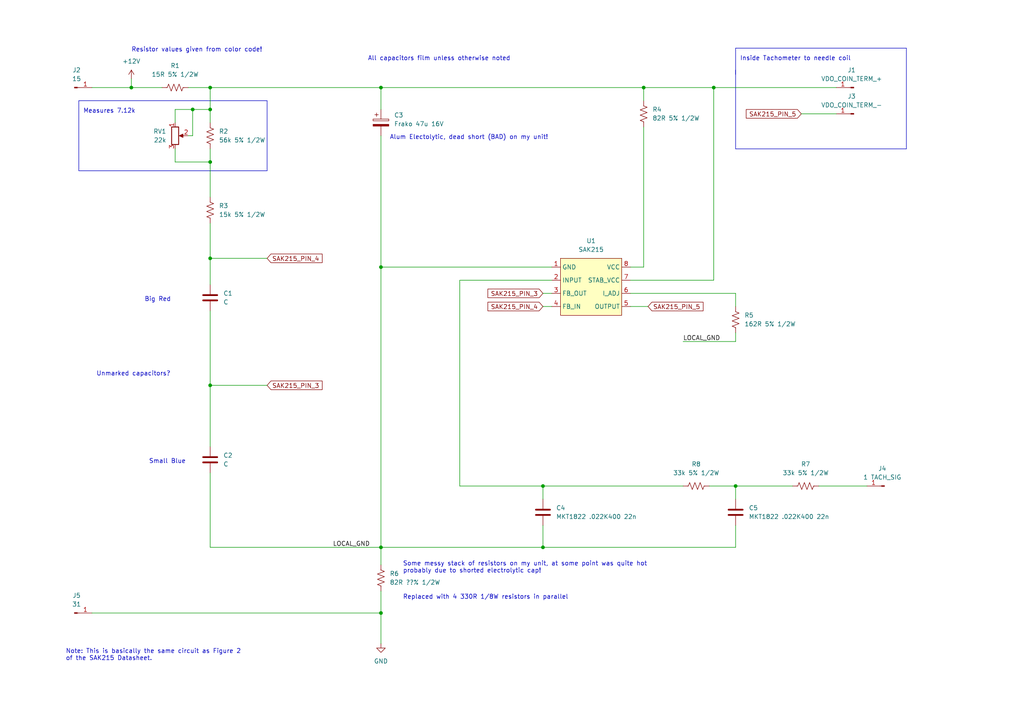
<source format=kicad_sch>
(kicad_sch (version 20230121) (generator eeschema)

  (uuid e5fd4d01-e69e-41a5-89f0-50ad49cff6f6)

  (paper "A4")

  (lib_symbols
    (symbol "Automotive_Electronics_git:SAK215" (in_bom yes) (on_board yes)
      (property "Reference" "U" (at 0 2.54 0)
        (effects (font (size 1.27 1.27)))
      )
      (property "Value" "SAK215" (at 0 0 0)
        (effects (font (size 1.27 1.27)))
      )
      (property "Footprint" "Package_DIP:DIP-6_W7.62mm" (at 0 5.08 0)
        (effects (font (size 1.27 1.27)) hide)
      )
      (property "Datasheet" "" (at 0 0 0)
        (effects (font (size 1.27 1.27)) hide)
      )
      (symbol "SAK215_1_1"
        (rectangle (start -8.89 -1.27) (end 8.89 -17.78)
          (stroke (width 0) (type default))
          (fill (type background))
        )
        (pin input line (at -11.43 -3.81 0) (length 2.54)
          (name "GND" (effects (font (size 1.27 1.27))))
          (number "1" (effects (font (size 1.27 1.27))))
        )
        (pin input line (at -11.43 -7.62 0) (length 2.54)
          (name "INPUT" (effects (font (size 1.27 1.27))))
          (number "2" (effects (font (size 1.27 1.27))))
        )
        (pin input line (at -11.43 -11.43 0) (length 2.54)
          (name "FB_OUT" (effects (font (size 1.27 1.27))))
          (number "3" (effects (font (size 1.27 1.27))))
        )
        (pin input line (at -11.43 -15.24 0) (length 2.54)
          (name "FB_IN" (effects (font (size 1.27 1.27))))
          (number "4" (effects (font (size 1.27 1.27))))
        )
        (pin input line (at 11.43 -15.24 180) (length 2.54)
          (name "OUTPUT" (effects (font (size 1.27 1.27))))
          (number "5" (effects (font (size 1.27 1.27))))
        )
        (pin input line (at 11.43 -11.43 180) (length 2.54)
          (name "I_ADJ" (effects (font (size 1.27 1.27))))
          (number "6" (effects (font (size 1.27 1.27))))
        )
        (pin input line (at 11.43 -7.62 180) (length 2.54)
          (name "STAB_VCC" (effects (font (size 1.27 1.27))))
          (number "7" (effects (font (size 1.27 1.27))))
        )
        (pin input line (at 11.43 -3.81 180) (length 2.54)
          (name "VCC" (effects (font (size 1.27 1.27))))
          (number "8" (effects (font (size 1.27 1.27))))
        )
      )
    )
    (symbol "Connector:Conn_01x01_Pin" (pin_names (offset 1.016) hide) (in_bom yes) (on_board yes)
      (property "Reference" "J" (at 0 2.54 0)
        (effects (font (size 1.27 1.27)))
      )
      (property "Value" "Conn_01x01_Pin" (at 0 -2.54 0)
        (effects (font (size 1.27 1.27)))
      )
      (property "Footprint" "" (at 0 0 0)
        (effects (font (size 1.27 1.27)) hide)
      )
      (property "Datasheet" "~" (at 0 0 0)
        (effects (font (size 1.27 1.27)) hide)
      )
      (property "ki_locked" "" (at 0 0 0)
        (effects (font (size 1.27 1.27)))
      )
      (property "ki_keywords" "connector" (at 0 0 0)
        (effects (font (size 1.27 1.27)) hide)
      )
      (property "ki_description" "Generic connector, single row, 01x01, script generated" (at 0 0 0)
        (effects (font (size 1.27 1.27)) hide)
      )
      (property "ki_fp_filters" "Connector*:*_1x??_*" (at 0 0 0)
        (effects (font (size 1.27 1.27)) hide)
      )
      (symbol "Conn_01x01_Pin_1_1"
        (polyline
          (pts
            (xy 1.27 0)
            (xy 0.8636 0)
          )
          (stroke (width 0.1524) (type default))
          (fill (type none))
        )
        (rectangle (start 0.8636 0.127) (end 0 -0.127)
          (stroke (width 0.1524) (type default))
          (fill (type outline))
        )
        (pin passive line (at 5.08 0 180) (length 3.81)
          (name "Pin_1" (effects (font (size 1.27 1.27))))
          (number "1" (effects (font (size 1.27 1.27))))
        )
      )
    )
    (symbol "Device:C" (pin_numbers hide) (pin_names (offset 0.254)) (in_bom yes) (on_board yes)
      (property "Reference" "C" (at 0.635 2.54 0)
        (effects (font (size 1.27 1.27)) (justify left))
      )
      (property "Value" "C" (at 0.635 -2.54 0)
        (effects (font (size 1.27 1.27)) (justify left))
      )
      (property "Footprint" "" (at 0.9652 -3.81 0)
        (effects (font (size 1.27 1.27)) hide)
      )
      (property "Datasheet" "~" (at 0 0 0)
        (effects (font (size 1.27 1.27)) hide)
      )
      (property "ki_keywords" "cap capacitor" (at 0 0 0)
        (effects (font (size 1.27 1.27)) hide)
      )
      (property "ki_description" "Unpolarized capacitor" (at 0 0 0)
        (effects (font (size 1.27 1.27)) hide)
      )
      (property "ki_fp_filters" "C_*" (at 0 0 0)
        (effects (font (size 1.27 1.27)) hide)
      )
      (symbol "C_0_1"
        (polyline
          (pts
            (xy -2.032 -0.762)
            (xy 2.032 -0.762)
          )
          (stroke (width 0.508) (type default))
          (fill (type none))
        )
        (polyline
          (pts
            (xy -2.032 0.762)
            (xy 2.032 0.762)
          )
          (stroke (width 0.508) (type default))
          (fill (type none))
        )
      )
      (symbol "C_1_1"
        (pin passive line (at 0 3.81 270) (length 2.794)
          (name "~" (effects (font (size 1.27 1.27))))
          (number "1" (effects (font (size 1.27 1.27))))
        )
        (pin passive line (at 0 -3.81 90) (length 2.794)
          (name "~" (effects (font (size 1.27 1.27))))
          (number "2" (effects (font (size 1.27 1.27))))
        )
      )
    )
    (symbol "Device:C_Polarized" (pin_numbers hide) (pin_names (offset 0.254)) (in_bom yes) (on_board yes)
      (property "Reference" "C" (at 0.635 2.54 0)
        (effects (font (size 1.27 1.27)) (justify left))
      )
      (property "Value" "C_Polarized" (at 0.635 -2.54 0)
        (effects (font (size 1.27 1.27)) (justify left))
      )
      (property "Footprint" "" (at 0.9652 -3.81 0)
        (effects (font (size 1.27 1.27)) hide)
      )
      (property "Datasheet" "~" (at 0 0 0)
        (effects (font (size 1.27 1.27)) hide)
      )
      (property "ki_keywords" "cap capacitor" (at 0 0 0)
        (effects (font (size 1.27 1.27)) hide)
      )
      (property "ki_description" "Polarized capacitor" (at 0 0 0)
        (effects (font (size 1.27 1.27)) hide)
      )
      (property "ki_fp_filters" "CP_*" (at 0 0 0)
        (effects (font (size 1.27 1.27)) hide)
      )
      (symbol "C_Polarized_0_1"
        (rectangle (start -2.286 0.508) (end 2.286 1.016)
          (stroke (width 0) (type default))
          (fill (type none))
        )
        (polyline
          (pts
            (xy -1.778 2.286)
            (xy -0.762 2.286)
          )
          (stroke (width 0) (type default))
          (fill (type none))
        )
        (polyline
          (pts
            (xy -1.27 2.794)
            (xy -1.27 1.778)
          )
          (stroke (width 0) (type default))
          (fill (type none))
        )
        (rectangle (start 2.286 -0.508) (end -2.286 -1.016)
          (stroke (width 0) (type default))
          (fill (type outline))
        )
      )
      (symbol "C_Polarized_1_1"
        (pin passive line (at 0 3.81 270) (length 2.794)
          (name "~" (effects (font (size 1.27 1.27))))
          (number "1" (effects (font (size 1.27 1.27))))
        )
        (pin passive line (at 0 -3.81 90) (length 2.794)
          (name "~" (effects (font (size 1.27 1.27))))
          (number "2" (effects (font (size 1.27 1.27))))
        )
      )
    )
    (symbol "Device:R_Potentiometer" (pin_names (offset 1.016) hide) (in_bom yes) (on_board yes)
      (property "Reference" "RV" (at -4.445 0 90)
        (effects (font (size 1.27 1.27)))
      )
      (property "Value" "R_Potentiometer" (at -2.54 0 90)
        (effects (font (size 1.27 1.27)))
      )
      (property "Footprint" "" (at 0 0 0)
        (effects (font (size 1.27 1.27)) hide)
      )
      (property "Datasheet" "~" (at 0 0 0)
        (effects (font (size 1.27 1.27)) hide)
      )
      (property "ki_keywords" "resistor variable" (at 0 0 0)
        (effects (font (size 1.27 1.27)) hide)
      )
      (property "ki_description" "Potentiometer" (at 0 0 0)
        (effects (font (size 1.27 1.27)) hide)
      )
      (property "ki_fp_filters" "Potentiometer*" (at 0 0 0)
        (effects (font (size 1.27 1.27)) hide)
      )
      (symbol "R_Potentiometer_0_1"
        (polyline
          (pts
            (xy 2.54 0)
            (xy 1.524 0)
          )
          (stroke (width 0) (type default))
          (fill (type none))
        )
        (polyline
          (pts
            (xy 1.143 0)
            (xy 2.286 0.508)
            (xy 2.286 -0.508)
            (xy 1.143 0)
          )
          (stroke (width 0) (type default))
          (fill (type outline))
        )
        (rectangle (start 1.016 2.54) (end -1.016 -2.54)
          (stroke (width 0.254) (type default))
          (fill (type none))
        )
      )
      (symbol "R_Potentiometer_1_1"
        (pin passive line (at 0 3.81 270) (length 1.27)
          (name "1" (effects (font (size 1.27 1.27))))
          (number "1" (effects (font (size 1.27 1.27))))
        )
        (pin passive line (at 3.81 0 180) (length 1.27)
          (name "2" (effects (font (size 1.27 1.27))))
          (number "2" (effects (font (size 1.27 1.27))))
        )
        (pin passive line (at 0 -3.81 90) (length 1.27)
          (name "3" (effects (font (size 1.27 1.27))))
          (number "3" (effects (font (size 1.27 1.27))))
        )
      )
    )
    (symbol "Device:R_US" (pin_numbers hide) (pin_names (offset 0)) (in_bom yes) (on_board yes)
      (property "Reference" "R" (at 2.54 0 90)
        (effects (font (size 1.27 1.27)))
      )
      (property "Value" "R_US" (at -2.54 0 90)
        (effects (font (size 1.27 1.27)))
      )
      (property "Footprint" "" (at 1.016 -0.254 90)
        (effects (font (size 1.27 1.27)) hide)
      )
      (property "Datasheet" "~" (at 0 0 0)
        (effects (font (size 1.27 1.27)) hide)
      )
      (property "ki_keywords" "R res resistor" (at 0 0 0)
        (effects (font (size 1.27 1.27)) hide)
      )
      (property "ki_description" "Resistor, US symbol" (at 0 0 0)
        (effects (font (size 1.27 1.27)) hide)
      )
      (property "ki_fp_filters" "R_*" (at 0 0 0)
        (effects (font (size 1.27 1.27)) hide)
      )
      (symbol "R_US_0_1"
        (polyline
          (pts
            (xy 0 -2.286)
            (xy 0 -2.54)
          )
          (stroke (width 0) (type default))
          (fill (type none))
        )
        (polyline
          (pts
            (xy 0 2.286)
            (xy 0 2.54)
          )
          (stroke (width 0) (type default))
          (fill (type none))
        )
        (polyline
          (pts
            (xy 0 -0.762)
            (xy 1.016 -1.143)
            (xy 0 -1.524)
            (xy -1.016 -1.905)
            (xy 0 -2.286)
          )
          (stroke (width 0) (type default))
          (fill (type none))
        )
        (polyline
          (pts
            (xy 0 0.762)
            (xy 1.016 0.381)
            (xy 0 0)
            (xy -1.016 -0.381)
            (xy 0 -0.762)
          )
          (stroke (width 0) (type default))
          (fill (type none))
        )
        (polyline
          (pts
            (xy 0 2.286)
            (xy 1.016 1.905)
            (xy 0 1.524)
            (xy -1.016 1.143)
            (xy 0 0.762)
          )
          (stroke (width 0) (type default))
          (fill (type none))
        )
      )
      (symbol "R_US_1_1"
        (pin passive line (at 0 3.81 270) (length 1.27)
          (name "~" (effects (font (size 1.27 1.27))))
          (number "1" (effects (font (size 1.27 1.27))))
        )
        (pin passive line (at 0 -3.81 90) (length 1.27)
          (name "~" (effects (font (size 1.27 1.27))))
          (number "2" (effects (font (size 1.27 1.27))))
        )
      )
    )
    (symbol "power:+12V" (power) (pin_names (offset 0)) (in_bom yes) (on_board yes)
      (property "Reference" "#PWR" (at 0 -3.81 0)
        (effects (font (size 1.27 1.27)) hide)
      )
      (property "Value" "+12V" (at 0 3.556 0)
        (effects (font (size 1.27 1.27)))
      )
      (property "Footprint" "" (at 0 0 0)
        (effects (font (size 1.27 1.27)) hide)
      )
      (property "Datasheet" "" (at 0 0 0)
        (effects (font (size 1.27 1.27)) hide)
      )
      (property "ki_keywords" "global power" (at 0 0 0)
        (effects (font (size 1.27 1.27)) hide)
      )
      (property "ki_description" "Power symbol creates a global label with name \"+12V\"" (at 0 0 0)
        (effects (font (size 1.27 1.27)) hide)
      )
      (symbol "+12V_0_1"
        (polyline
          (pts
            (xy -0.762 1.27)
            (xy 0 2.54)
          )
          (stroke (width 0) (type default))
          (fill (type none))
        )
        (polyline
          (pts
            (xy 0 0)
            (xy 0 2.54)
          )
          (stroke (width 0) (type default))
          (fill (type none))
        )
        (polyline
          (pts
            (xy 0 2.54)
            (xy 0.762 1.27)
          )
          (stroke (width 0) (type default))
          (fill (type none))
        )
      )
      (symbol "+12V_1_1"
        (pin power_in line (at 0 0 90) (length 0) hide
          (name "+12V" (effects (font (size 1.27 1.27))))
          (number "1" (effects (font (size 1.27 1.27))))
        )
      )
    )
    (symbol "power:GND" (power) (pin_names (offset 0)) (in_bom yes) (on_board yes)
      (property "Reference" "#PWR" (at 0 -6.35 0)
        (effects (font (size 1.27 1.27)) hide)
      )
      (property "Value" "GND" (at 0 -3.81 0)
        (effects (font (size 1.27 1.27)))
      )
      (property "Footprint" "" (at 0 0 0)
        (effects (font (size 1.27 1.27)) hide)
      )
      (property "Datasheet" "" (at 0 0 0)
        (effects (font (size 1.27 1.27)) hide)
      )
      (property "ki_keywords" "global power" (at 0 0 0)
        (effects (font (size 1.27 1.27)) hide)
      )
      (property "ki_description" "Power symbol creates a global label with name \"GND\" , ground" (at 0 0 0)
        (effects (font (size 1.27 1.27)) hide)
      )
      (symbol "GND_0_1"
        (polyline
          (pts
            (xy 0 0)
            (xy 0 -1.27)
            (xy 1.27 -1.27)
            (xy 0 -2.54)
            (xy -1.27 -1.27)
            (xy 0 -1.27)
          )
          (stroke (width 0) (type default))
          (fill (type none))
        )
      )
      (symbol "GND_1_1"
        (pin power_in line (at 0 0 270) (length 0) hide
          (name "GND" (effects (font (size 1.27 1.27))))
          (number "1" (effects (font (size 1.27 1.27))))
        )
      )
    )
  )

  (junction (at 60.96 25.4) (diameter 0) (color 0 0 0 0)
    (uuid 14434757-7557-4120-bf7e-a1c9d214abbe)
  )
  (junction (at 207.01 25.4) (diameter 0) (color 0 0 0 0)
    (uuid 22d37f6b-ff92-48a1-b85d-5c3d46a23fb7)
  )
  (junction (at 60.96 111.76) (diameter 0) (color 0 0 0 0)
    (uuid 2357d86a-8189-4b35-860b-819d113afe3d)
  )
  (junction (at 38.1 25.4) (diameter 0) (color 0 0 0 0)
    (uuid 23cfac86-3b03-4ebd-ad75-76982e41472e)
  )
  (junction (at 157.48 158.75) (diameter 0) (color 0 0 0 0)
    (uuid 248fb67f-db49-4452-a7cb-0bcda5c0f1c3)
  )
  (junction (at 110.49 158.75) (diameter 0) (color 0 0 0 0)
    (uuid 27db11a6-7ce2-4fcc-adb6-c67018d4f29e)
  )
  (junction (at 157.48 140.97) (diameter 0) (color 0 0 0 0)
    (uuid 37290cfb-c18d-4a3d-b167-c58b661b3fa0)
  )
  (junction (at 60.96 46.99) (diameter 0) (color 0 0 0 0)
    (uuid 68fc22d6-0111-4b3f-9347-0d0379e9d6af)
  )
  (junction (at 60.96 74.93) (diameter 0) (color 0 0 0 0)
    (uuid 70855821-4e43-49e7-8da0-e650ef14d4c0)
  )
  (junction (at 110.49 77.47) (diameter 0) (color 0 0 0 0)
    (uuid 70dba7d5-7e49-461f-8e5a-cae2c008c565)
  )
  (junction (at 110.49 25.4) (diameter 0) (color 0 0 0 0)
    (uuid 77a00aa5-8051-4484-9370-83468b507f9c)
  )
  (junction (at 186.69 25.4) (diameter 0) (color 0 0 0 0)
    (uuid 79c81f8a-09a4-42c2-ae72-97951948e9cb)
  )
  (junction (at 60.96 31.75) (diameter 0) (color 0 0 0 0)
    (uuid 9a2c48bc-57aa-46aa-8cdc-7d5ac9a9062f)
  )
  (junction (at 213.36 140.97) (diameter 0) (color 0 0 0 0)
    (uuid abeae4ef-815c-47c2-8cf6-d0ffebc405f6)
  )
  (junction (at 110.49 177.8) (diameter 0) (color 0 0 0 0)
    (uuid c47bd5e5-25a2-4417-ad25-e75cda8d450e)
  )
  (junction (at 55.88 31.75) (diameter 0) (color 0 0 0 0)
    (uuid e2be914f-44cb-4f77-9cda-b38a17509620)
  )

  (wire (pts (xy 55.88 39.37) (xy 55.88 31.75))
    (stroke (width 0) (type default))
    (uuid 03e48416-6b35-4dea-a9d9-484d3159a1f8)
  )
  (polyline (pts (xy 22.86 29.21) (xy 22.86 49.53))
    (stroke (width 0) (type default))
    (uuid 0a47723b-3e82-4601-aefc-59a617123b3a)
  )

  (wire (pts (xy 207.01 25.4) (xy 242.57 25.4))
    (stroke (width 0) (type default))
    (uuid 0dea9795-3c67-49ad-b5f7-7b7a4e1a2e6a)
  )
  (wire (pts (xy 133.35 140.97) (xy 157.48 140.97))
    (stroke (width 0) (type default))
    (uuid 0dfc2d1c-6a66-40f4-887c-f007e0f9186b)
  )
  (wire (pts (xy 26.67 177.8) (xy 110.49 177.8))
    (stroke (width 0) (type default))
    (uuid 0e8fd70b-6e84-472a-8be6-977ce731f277)
  )
  (wire (pts (xy 60.96 111.76) (xy 60.96 129.54))
    (stroke (width 0) (type default))
    (uuid 154a9297-9111-43bf-b3ca-b38a154223fd)
  )
  (wire (pts (xy 60.96 31.75) (xy 55.88 31.75))
    (stroke (width 0) (type default))
    (uuid 171763b0-e1e1-401d-987d-facc1f51b1b6)
  )
  (wire (pts (xy 54.61 39.37) (xy 55.88 39.37))
    (stroke (width 0) (type default))
    (uuid 1e512984-bbd6-4688-9dbf-39f9f435db28)
  )
  (wire (pts (xy 110.49 39.37) (xy 110.49 77.47))
    (stroke (width 0) (type default))
    (uuid 221a969b-d3e3-4126-a71b-b9c1a3f35f3a)
  )
  (wire (pts (xy 38.1 25.4) (xy 46.99 25.4))
    (stroke (width 0) (type default))
    (uuid 258f364b-03ff-402b-95ef-2a514aa1e9cc)
  )
  (polyline (pts (xy 77.47 49.53) (xy 77.47 29.21))
    (stroke (width 0) (type default))
    (uuid 2975453b-9f79-4f23-8a91-a74ec9d8cc4e)
  )

  (wire (pts (xy 198.12 140.97) (xy 157.48 140.97))
    (stroke (width 0) (type default))
    (uuid 2bfc8b05-38ff-48ab-bc57-6ddecec361d6)
  )
  (wire (pts (xy 186.69 36.83) (xy 186.69 77.47))
    (stroke (width 0) (type default))
    (uuid 2e55363b-215b-4c6a-b80e-e678fd0fabce)
  )
  (wire (pts (xy 50.8 43.18) (xy 50.8 46.99))
    (stroke (width 0) (type default))
    (uuid 34a64e46-532c-48e3-b27e-c9a5279518ce)
  )
  (wire (pts (xy 198.12 99.06) (xy 213.36 99.06))
    (stroke (width 0) (type default))
    (uuid 38b3549c-b628-437f-84d0-69bc6d324e46)
  )
  (wire (pts (xy 157.48 140.97) (xy 157.48 144.78))
    (stroke (width 0) (type default))
    (uuid 3b6979e2-3c29-4365-8b08-66acee18c5b8)
  )
  (wire (pts (xy 110.49 158.75) (xy 110.49 163.83))
    (stroke (width 0) (type default))
    (uuid 3efdd9b2-bdcf-42b2-8433-243d1525a9ef)
  )
  (wire (pts (xy 207.01 81.28) (xy 207.01 25.4))
    (stroke (width 0) (type default))
    (uuid 4790c74a-2e63-4fb9-8286-2a45fc9dd0db)
  )
  (wire (pts (xy 110.49 171.45) (xy 110.49 177.8))
    (stroke (width 0) (type default))
    (uuid 4ba60418-3b55-445e-a061-48c8f4dbf3a8)
  )
  (wire (pts (xy 55.88 31.75) (xy 50.8 31.75))
    (stroke (width 0) (type default))
    (uuid 53034b31-d1b7-4c51-a167-e906beec63b4)
  )
  (wire (pts (xy 110.49 77.47) (xy 110.49 158.75))
    (stroke (width 0) (type default))
    (uuid 592038c5-8b10-4517-885a-75f53c3210d0)
  )
  (wire (pts (xy 77.47 111.76) (xy 60.96 111.76))
    (stroke (width 0) (type default))
    (uuid 5ab40f39-c064-4bc5-a231-c442ee45f05f)
  )
  (wire (pts (xy 110.49 77.47) (xy 160.02 77.47))
    (stroke (width 0) (type default))
    (uuid 5d45481a-4f87-4f45-ba8e-bee45c1c547d)
  )
  (wire (pts (xy 182.88 81.28) (xy 207.01 81.28))
    (stroke (width 0) (type default))
    (uuid 6931eb42-bbfa-4e7b-8244-f27cd059b79e)
  )
  (wire (pts (xy 60.96 25.4) (xy 110.49 25.4))
    (stroke (width 0) (type default))
    (uuid 6b2eed6f-d776-434e-98fd-51ba28cf2342)
  )
  (wire (pts (xy 60.96 31.75) (xy 60.96 25.4))
    (stroke (width 0) (type default))
    (uuid 6cba1347-f9ae-4b5e-9b9a-49f580fe73ed)
  )
  (wire (pts (xy 110.49 177.8) (xy 110.49 186.69))
    (stroke (width 0) (type default))
    (uuid 7069b4e1-741e-462e-ae00-de2b40068115)
  )
  (wire (pts (xy 213.36 99.06) (xy 213.36 96.52))
    (stroke (width 0) (type default))
    (uuid 715f1f62-5290-481b-9eca-6df06b7e647d)
  )
  (polyline (pts (xy 63.5 29.21) (xy 77.47 29.21))
    (stroke (width 0) (type default))
    (uuid 72e97656-8896-4eb1-aa25-411c271d9062)
  )

  (wire (pts (xy 38.1 22.86) (xy 38.1 25.4))
    (stroke (width 0) (type default))
    (uuid 7a426e0a-45b0-4165-a993-93adaa1cb0de)
  )
  (wire (pts (xy 60.96 46.99) (xy 60.96 43.18))
    (stroke (width 0) (type default))
    (uuid 7ec912f0-f04d-4c29-9e89-6e8bda6535a0)
  )
  (wire (pts (xy 186.69 25.4) (xy 186.69 29.21))
    (stroke (width 0) (type default))
    (uuid 817b9a54-f40f-4296-ae56-93cef4c04fca)
  )
  (wire (pts (xy 60.96 74.93) (xy 77.47 74.93))
    (stroke (width 0) (type default))
    (uuid 819fcf71-8a35-44df-9347-ce1066b2e47f)
  )
  (wire (pts (xy 50.8 46.99) (xy 60.96 46.99))
    (stroke (width 0) (type default))
    (uuid 88a43c7e-8887-4030-af95-d66c478bd866)
  )
  (wire (pts (xy 60.96 35.56) (xy 60.96 31.75))
    (stroke (width 0) (type default))
    (uuid 93519c7b-aa13-4893-869d-6bf41b085958)
  )
  (wire (pts (xy 60.96 25.4) (xy 54.61 25.4))
    (stroke (width 0) (type default))
    (uuid 939b5ad2-b50c-4944-b2f4-1526a67cc980)
  )
  (wire (pts (xy 232.41 33.02) (xy 242.57 33.02))
    (stroke (width 0) (type default))
    (uuid 989a23c6-462a-4635-963d-b33f7dcb3842)
  )
  (wire (pts (xy 60.96 137.16) (xy 60.96 158.75))
    (stroke (width 0) (type default))
    (uuid 9b109ecf-7fee-492f-ab94-3f1a44ab44f7)
  )
  (polyline (pts (xy 213.36 43.18) (xy 262.89 43.18))
    (stroke (width 0) (type default))
    (uuid a23ae599-cb14-4b12-9ece-65ecb9cbfd40)
  )

  (wire (pts (xy 60.96 90.17) (xy 60.96 111.76))
    (stroke (width 0) (type default))
    (uuid a438783e-6335-46c9-b7f7-1aa98d55e98d)
  )
  (wire (pts (xy 229.87 140.97) (xy 213.36 140.97))
    (stroke (width 0) (type default))
    (uuid aa574ce2-db8f-4d1c-979e-ff20fe52f50a)
  )
  (wire (pts (xy 133.35 81.28) (xy 133.35 140.97))
    (stroke (width 0) (type default))
    (uuid ac471f65-0cca-4aa5-adc4-00ff56b54cd0)
  )
  (wire (pts (xy 157.48 85.09) (xy 160.02 85.09))
    (stroke (width 0) (type default))
    (uuid acc19ffc-15c1-46c2-885b-cc4c1bcb8970)
  )
  (wire (pts (xy 60.96 82.55) (xy 60.96 74.93))
    (stroke (width 0) (type default))
    (uuid af55cde4-d077-4a5c-b271-98aa2bfd2f9e)
  )
  (wire (pts (xy 160.02 81.28) (xy 133.35 81.28))
    (stroke (width 0) (type default))
    (uuid b3d1841e-b01a-4d7f-9465-22a3dce6207e)
  )
  (wire (pts (xy 157.48 158.75) (xy 213.36 158.75))
    (stroke (width 0) (type default))
    (uuid b52b16e1-ddf1-4d78-b2c9-9f578685c606)
  )
  (polyline (pts (xy 213.36 20.32) (xy 213.36 43.18))
    (stroke (width 0) (type default))
    (uuid b829d8bd-ceac-4405-adc2-39f5d4fdf6e2)
  )

  (wire (pts (xy 60.96 64.77) (xy 60.96 74.93))
    (stroke (width 0) (type default))
    (uuid c28393ff-768d-46ce-8997-e06772a91dab)
  )
  (wire (pts (xy 205.74 140.97) (xy 213.36 140.97))
    (stroke (width 0) (type default))
    (uuid c6db15bb-e069-4586-8ab7-a5b58267a498)
  )
  (wire (pts (xy 110.49 25.4) (xy 110.49 31.75))
    (stroke (width 0) (type default))
    (uuid c6f302df-9214-434c-b797-1487ee542390)
  )
  (wire (pts (xy 157.48 88.9) (xy 160.02 88.9))
    (stroke (width 0) (type default))
    (uuid c837dbf5-a708-4c09-a103-8599d2e519be)
  )
  (wire (pts (xy 50.8 31.75) (xy 50.8 35.56))
    (stroke (width 0) (type default))
    (uuid cbfe57d6-462f-481d-8493-1d62dcc4dc65)
  )
  (wire (pts (xy 213.36 85.09) (xy 213.36 88.9))
    (stroke (width 0) (type default))
    (uuid cc966a6d-d12b-4393-9f5f-0f6ff9f90ccc)
  )
  (wire (pts (xy 157.48 158.75) (xy 157.48 152.4))
    (stroke (width 0) (type default))
    (uuid cf21f22c-2066-4f2c-a3ff-59135a316edb)
  )
  (polyline (pts (xy 22.86 49.53) (xy 77.47 49.53))
    (stroke (width 0) (type default))
    (uuid cf9076a5-2af2-4bdb-9535-4d190c49d947)
  )
  (polyline (pts (xy 262.89 43.18) (xy 262.89 13.97))
    (stroke (width 0) (type default))
    (uuid cfcb1d72-bd20-4208-a6de-d5306c61139c)
  )
  (polyline (pts (xy 213.36 13.97) (xy 213.36 21.59))
    (stroke (width 0) (type default))
    (uuid d9110b49-49b4-4016-986b-95e2ad392b57)
  )

  (wire (pts (xy 213.36 140.97) (xy 213.36 144.78))
    (stroke (width 0) (type default))
    (uuid de2f3cb3-d892-47cf-ade1-e12f01f51fa0)
  )
  (wire (pts (xy 110.49 158.75) (xy 157.48 158.75))
    (stroke (width 0) (type default))
    (uuid deca9b3f-8b69-43f4-b0c5-e1c7d4a25c29)
  )
  (wire (pts (xy 182.88 88.9) (xy 187.96 88.9))
    (stroke (width 0) (type default))
    (uuid dfa6286c-d0eb-49ce-9c26-78b78a3a0754)
  )
  (wire (pts (xy 60.96 158.75) (xy 110.49 158.75))
    (stroke (width 0) (type default))
    (uuid dfe4af21-75ca-418c-943e-1225971f8844)
  )
  (polyline (pts (xy 63.5 29.21) (xy 22.86 29.21))
    (stroke (width 0) (type default))
    (uuid e313b867-b836-4fb1-88fe-35052523b20d)
  )

  (wire (pts (xy 237.49 140.97) (xy 251.46 140.97))
    (stroke (width 0) (type default))
    (uuid e44f1d18-67be-4c1e-a07d-6f0601b74412)
  )
  (wire (pts (xy 213.36 85.09) (xy 182.88 85.09))
    (stroke (width 0) (type default))
    (uuid ea637a22-f8e0-45fa-b695-0a63cdfcb07e)
  )
  (wire (pts (xy 213.36 152.4) (xy 213.36 158.75))
    (stroke (width 0) (type default))
    (uuid ed126081-b010-4abf-8d65-85e938962625)
  )
  (wire (pts (xy 26.67 25.4) (xy 38.1 25.4))
    (stroke (width 0) (type default))
    (uuid ef2b2ac5-7239-4ada-8ddf-cb2cc1505da7)
  )
  (wire (pts (xy 186.69 25.4) (xy 207.01 25.4))
    (stroke (width 0) (type default))
    (uuid f04a87a7-140c-4998-9915-2f342d5c9577)
  )
  (wire (pts (xy 182.88 77.47) (xy 186.69 77.47))
    (stroke (width 0) (type default))
    (uuid f1118b0a-82c3-44df-a35f-ce462d5bb388)
  )
  (wire (pts (xy 110.49 25.4) (xy 186.69 25.4))
    (stroke (width 0) (type default))
    (uuid f1dc0ab8-a7f1-4975-85fa-4b0164a4776e)
  )
  (wire (pts (xy 60.96 46.99) (xy 60.96 57.15))
    (stroke (width 0) (type default))
    (uuid f38fe312-2ecb-4a49-9ac2-a41e9d65524e)
  )
  (polyline (pts (xy 262.89 13.97) (xy 213.36 13.97))
    (stroke (width 0) (type default))
    (uuid f949766b-424a-438b-9e9e-c6ecc2f67740)
  )

  (text "Resistor values given from color code!" (at 38.1 15.24 0)
    (effects (font (size 1.27 1.27)) (justify left bottom))
    (uuid 36838fdf-1caf-4c1e-a820-b245ec982bc4)
  )
  (text "Big Red" (at 41.91 87.63 0)
    (effects (font (size 1.27 1.27)) (justify left bottom))
    (uuid 435cf79b-d3cb-44ea-b556-2a5527dd5a28)
  )
  (text "Note: This is basically the same circuit as Figure 2\nof the SAK215 Datasheet."
    (at 19.05 191.77 0)
    (effects (font (size 1.27 1.27)) (justify left bottom))
    (uuid 4680fc2a-0c95-47ec-9c7e-31d691bf708e)
  )
  (text "Unmarked capacitors?" (at 27.94 109.22 0)
    (effects (font (size 1.27 1.27)) (justify left bottom))
    (uuid 4c256966-2ac9-4033-989a-cfe6a2e9740f)
  )
  (text "Small Blue" (at 43.18 134.62 0)
    (effects (font (size 1.27 1.27)) (justify left bottom))
    (uuid 5fe9f3e0-9a46-49c9-b5d3-9f3e62d33aef)
  )
  (text "Inside Tachometer to needle coil" (at 214.63 17.78 0)
    (effects (font (size 1.27 1.27)) (justify left bottom))
    (uuid 86db756d-2f05-4a78-a83f-2c4aad1ecfca)
  )
  (text "Alum Electolytic, dead short (BAD) on my unit!" (at 113.03 40.64 0)
    (effects (font (size 1.27 1.27)) (justify left bottom))
    (uuid 95c1927b-3b10-4566-a2b4-937527b072a6)
  )
  (text "Replaced with 4 330R 1/8W resistors in parallel" (at 116.84 173.99 0)
    (effects (font (size 1.27 1.27)) (justify left bottom))
    (uuid af693787-5f14-443b-88fc-e18fbbb866ab)
  )
  (text "All capacitors film unless otherwise noted" (at 106.68 17.78 0)
    (effects (font (size 1.27 1.27)) (justify left bottom))
    (uuid b18e05c0-59ce-4b48-9ac7-e431de4f538d)
  )
  (text "Measures 7.12k" (at 24.13 33.02 0)
    (effects (font (size 1.27 1.27)) (justify left bottom))
    (uuid babcb0c4-1765-41bb-b66f-c8e0b37d0419)
  )
  (text "Some messy stack of resistors on my unit, at some point was quite hot\nprobably due to shorted electrolytic cap!"
    (at 116.84 166.37 0)
    (effects (font (size 1.27 1.27)) (justify left bottom))
    (uuid d1ff0f29-a71e-494e-9929-86f0ef568351)
  )

  (label "LOCAL_GND" (at 198.12 99.06 0) (fields_autoplaced)
    (effects (font (size 1.27 1.27)) (justify left bottom))
    (uuid 80c6c034-0e82-491c-a778-0a1951ef0b38)
  )
  (label "LOCAL_GND" (at 96.52 158.75 0) (fields_autoplaced)
    (effects (font (size 1.27 1.27)) (justify left bottom))
    (uuid 96c94d78-64e8-4880-8c04-203bd88f8a84)
  )

  (global_label "SAK215_PIN_3" (shape input) (at 77.47 111.76 0) (fields_autoplaced)
    (effects (font (size 1.27 1.27)) (justify left))
    (uuid 201bdc22-8766-4a0d-b7df-b4ae742e6ce6)
    (property "Intersheetrefs" "${INTERSHEET_REFS}" (at 94.0018 111.76 0)
      (effects (font (size 1.27 1.27)) (justify left) hide)
    )
  )
  (global_label "SAK215_PIN_4" (shape input) (at 77.47 74.93 0) (fields_autoplaced)
    (effects (font (size 1.27 1.27)) (justify left))
    (uuid 387062ac-5c79-4d08-8407-0e178e602a4c)
    (property "Intersheetrefs" "${INTERSHEET_REFS}" (at 94.0018 74.93 0)
      (effects (font (size 1.27 1.27)) (justify left) hide)
    )
  )
  (global_label "SAK215_PIN_5" (shape input) (at 187.96 88.9 0) (fields_autoplaced)
    (effects (font (size 1.27 1.27)) (justify left))
    (uuid 4618cb32-7a9a-4f7a-a7bb-0e11d7703186)
    (property "Intersheetrefs" "${INTERSHEET_REFS}" (at 204.4918 88.9 0)
      (effects (font (size 1.27 1.27)) (justify left) hide)
    )
  )
  (global_label "SAK215_PIN_3" (shape input) (at 157.48 85.09 180) (fields_autoplaced)
    (effects (font (size 1.27 1.27)) (justify right))
    (uuid 7377f6f8-a2aa-4358-b362-33c942ea25fa)
    (property "Intersheetrefs" "${INTERSHEET_REFS}" (at 140.9482 85.09 0)
      (effects (font (size 1.27 1.27)) (justify right) hide)
    )
  )
  (global_label "SAK215_PIN_5" (shape input) (at 232.41 33.02 180) (fields_autoplaced)
    (effects (font (size 1.27 1.27)) (justify right))
    (uuid 87c390af-c2d6-4618-bd31-b169c07ffca1)
    (property "Intersheetrefs" "${INTERSHEET_REFS}" (at 215.8782 33.02 0)
      (effects (font (size 1.27 1.27)) (justify right) hide)
    )
  )
  (global_label "SAK215_PIN_4" (shape input) (at 157.48 88.9 180) (fields_autoplaced)
    (effects (font (size 1.27 1.27)) (justify right))
    (uuid 9697c649-cb1a-4540-b789-c73eaa991039)
    (property "Intersheetrefs" "${INTERSHEET_REFS}" (at 140.9482 88.9 0)
      (effects (font (size 1.27 1.27)) (justify right) hide)
    )
  )

  (symbol (lib_id "Connector:Conn_01x01_Pin") (at 247.65 25.4 180) (unit 1)
    (in_bom yes) (on_board yes) (dnp no) (fields_autoplaced)
    (uuid 0cfac720-751b-46a8-b3d5-55f1ecca06a4)
    (property "Reference" "J1" (at 247.015 20.32 0)
      (effects (font (size 1.27 1.27)))
    )
    (property "Value" "VDO_COIN_TERM_+" (at 247.015 22.86 0)
      (effects (font (size 1.27 1.27)))
    )
    (property "Footprint" "" (at 247.65 25.4 0)
      (effects (font (size 1.27 1.27)) hide)
    )
    (property "Datasheet" "~" (at 247.65 25.4 0)
      (effects (font (size 1.27 1.27)) hide)
    )
    (pin "1" (uuid 59428f4d-4133-49d2-ab89-d4994ab593d8))
    (instances
      (project "Volvo_240_Dash_Tach"
        (path "/e5fd4d01-e69e-41a5-89f0-50ad49cff6f6"
          (reference "J1") (unit 1)
        )
      )
    )
  )

  (symbol (lib_id "Automotive_Electronics_git:SAK215") (at 171.45 73.66 0) (unit 1)
    (in_bom yes) (on_board yes) (dnp no) (fields_autoplaced)
    (uuid 16ea64bf-8517-4a6b-b4e8-e8d2cea5ad6d)
    (property "Reference" "U1" (at 171.45 69.85 0)
      (effects (font (size 1.27 1.27)))
    )
    (property "Value" "SAK215" (at 171.45 72.39 0)
      (effects (font (size 1.27 1.27)))
    )
    (property "Footprint" "Package_DIP:DIP-6_W7.62mm" (at 171.45 68.58 0)
      (effects (font (size 1.27 1.27)) hide)
    )
    (property "Datasheet" "" (at 171.45 73.66 0)
      (effects (font (size 1.27 1.27)) hide)
    )
    (pin "1" (uuid 2adb4216-6fb0-42c1-86a4-f7a187739873))
    (pin "2" (uuid aa57d759-52d3-48c8-aed0-9b4aae72df0e))
    (pin "3" (uuid 7bf34738-fad9-40d5-8737-c55c46eb3990))
    (pin "4" (uuid c357d3a1-829c-4d2a-a383-b00a56dfd930))
    (pin "5" (uuid e002e85d-4d55-404b-81d0-bd1ee622d06d))
    (pin "6" (uuid 51c79694-5827-48a6-ac24-b056b633c12e))
    (pin "7" (uuid 84c6bc02-167e-4352-98cf-99e03f13e4a3))
    (pin "8" (uuid dc5d1324-ff5c-4daf-9b71-fb1c87c06dc5))
    (instances
      (project "Volvo_240_Dash_Tach"
        (path "/e5fd4d01-e69e-41a5-89f0-50ad49cff6f6"
          (reference "U1") (unit 1)
        )
      )
    )
  )

  (symbol (lib_id "Device:R_US") (at 110.49 167.64 180) (unit 1)
    (in_bom yes) (on_board yes) (dnp no) (fields_autoplaced)
    (uuid 20f5b430-d1ab-47f5-a1a2-5ef5ed68b34d)
    (property "Reference" "R6" (at 113.03 166.37 0)
      (effects (font (size 1.27 1.27)) (justify right))
    )
    (property "Value" "82R ??% 1/2W" (at 113.03 168.91 0)
      (effects (font (size 1.27 1.27)) (justify right))
    )
    (property "Footprint" "" (at 109.474 167.386 90)
      (effects (font (size 1.27 1.27)) hide)
    )
    (property "Datasheet" "~" (at 110.49 167.64 0)
      (effects (font (size 1.27 1.27)) hide)
    )
    (pin "1" (uuid 94c8afd0-0cc4-4a96-9312-2abea1b73aba))
    (pin "2" (uuid df53d4f4-4354-48e2-a3d5-44329f30be80))
    (instances
      (project "Volvo_240_Dash_Tach"
        (path "/e5fd4d01-e69e-41a5-89f0-50ad49cff6f6"
          (reference "R6") (unit 1)
        )
      )
    )
  )

  (symbol (lib_id "power:GND") (at 110.49 186.69 0) (unit 1)
    (in_bom yes) (on_board yes) (dnp no) (fields_autoplaced)
    (uuid 39aab65a-27a9-431d-944c-5badd23df73e)
    (property "Reference" "#PWR02" (at 110.49 193.04 0)
      (effects (font (size 1.27 1.27)) hide)
    )
    (property "Value" "GND" (at 110.49 191.77 0)
      (effects (font (size 1.27 1.27)))
    )
    (property "Footprint" "" (at 110.49 186.69 0)
      (effects (font (size 1.27 1.27)) hide)
    )
    (property "Datasheet" "" (at 110.49 186.69 0)
      (effects (font (size 1.27 1.27)) hide)
    )
    (pin "1" (uuid 5a270c18-fe1b-447e-aa66-d041288c3f8e))
    (instances
      (project "Volvo_240_Dash_Tach"
        (path "/e5fd4d01-e69e-41a5-89f0-50ad49cff6f6"
          (reference "#PWR02") (unit 1)
        )
      )
    )
  )

  (symbol (lib_id "Device:C") (at 60.96 86.36 0) (unit 1)
    (in_bom yes) (on_board yes) (dnp no) (fields_autoplaced)
    (uuid 3edbbd04-07b3-4a50-88fc-e22b7f7c8056)
    (property "Reference" "C1" (at 64.77 85.09 0)
      (effects (font (size 1.27 1.27)) (justify left))
    )
    (property "Value" "C" (at 64.77 87.63 0)
      (effects (font (size 1.27 1.27)) (justify left))
    )
    (property "Footprint" "" (at 61.9252 90.17 0)
      (effects (font (size 1.27 1.27)) hide)
    )
    (property "Datasheet" "~" (at 60.96 86.36 0)
      (effects (font (size 1.27 1.27)) hide)
    )
    (pin "1" (uuid 9d90a111-928d-4edd-b77d-e3353fee07f2))
    (pin "2" (uuid 27e8ecb5-3ca2-4223-84cb-b2d611c19af3))
    (instances
      (project "Volvo_240_Dash_Tach"
        (path "/e5fd4d01-e69e-41a5-89f0-50ad49cff6f6"
          (reference "C1") (unit 1)
        )
      )
    )
  )

  (symbol (lib_id "Device:C") (at 157.48 148.59 0) (unit 1)
    (in_bom yes) (on_board yes) (dnp no)
    (uuid 4f46e37c-7b6b-4ed7-9845-2ac9d698dea0)
    (property "Reference" "C4" (at 161.29 147.32 0)
      (effects (font (size 1.27 1.27)) (justify left))
    )
    (property "Value" "MKT1822 .022K400 22n" (at 161.29 149.86 0)
      (effects (font (size 1.27 1.27)) (justify left))
    )
    (property "Footprint" "" (at 158.4452 152.4 0)
      (effects (font (size 1.27 1.27)) hide)
    )
    (property "Datasheet" "~" (at 157.48 148.59 0)
      (effects (font (size 1.27 1.27)) hide)
    )
    (pin "1" (uuid 3e6b219d-aa58-4e19-93e1-b2028990a23e))
    (pin "2" (uuid 9188434c-1054-49df-a94d-2d1df8fa077b))
    (instances
      (project "Volvo_240_Dash_Tach"
        (path "/e5fd4d01-e69e-41a5-89f0-50ad49cff6f6"
          (reference "C4") (unit 1)
        )
      )
    )
  )

  (symbol (lib_id "Connector:Conn_01x01_Pin") (at 21.59 177.8 0) (mirror x) (unit 1)
    (in_bom yes) (on_board yes) (dnp no)
    (uuid 58421b41-db21-4f8a-b60a-c29124e3bc17)
    (property "Reference" "J5" (at 22.225 172.72 0)
      (effects (font (size 1.27 1.27)))
    )
    (property "Value" "31" (at 22.225 175.26 0)
      (effects (font (size 1.27 1.27)))
    )
    (property "Footprint" "" (at 21.59 177.8 0)
      (effects (font (size 1.27 1.27)) hide)
    )
    (property "Datasheet" "~" (at 21.59 177.8 0)
      (effects (font (size 1.27 1.27)) hide)
    )
    (pin "1" (uuid 8cf1b111-0c6c-4d94-9a0f-9f54f9d2e065))
    (instances
      (project "Volvo_240_Dash_Tach"
        (path "/e5fd4d01-e69e-41a5-89f0-50ad49cff6f6"
          (reference "J5") (unit 1)
        )
      )
    )
  )

  (symbol (lib_id "Device:C") (at 60.96 133.35 0) (unit 1)
    (in_bom yes) (on_board yes) (dnp no) (fields_autoplaced)
    (uuid 5a794991-4749-4f0d-8c79-3a75db6b476e)
    (property "Reference" "C2" (at 64.77 132.08 0)
      (effects (font (size 1.27 1.27)) (justify left))
    )
    (property "Value" "C" (at 64.77 134.62 0)
      (effects (font (size 1.27 1.27)) (justify left))
    )
    (property "Footprint" "" (at 61.9252 137.16 0)
      (effects (font (size 1.27 1.27)) hide)
    )
    (property "Datasheet" "~" (at 60.96 133.35 0)
      (effects (font (size 1.27 1.27)) hide)
    )
    (pin "1" (uuid 5b6dfeea-c30e-41e7-bc9f-1020f6494fa9))
    (pin "2" (uuid 494ed310-6c58-4c21-89a2-85e0bc25ab68))
    (instances
      (project "Volvo_240_Dash_Tach"
        (path "/e5fd4d01-e69e-41a5-89f0-50ad49cff6f6"
          (reference "C2") (unit 1)
        )
      )
    )
  )

  (symbol (lib_id "Connector:Conn_01x01_Pin") (at 256.54 140.97 180) (unit 1)
    (in_bom yes) (on_board yes) (dnp no) (fields_autoplaced)
    (uuid 5ed7cafc-cdbe-4cd0-a202-75761c8bfd5f)
    (property "Reference" "J4" (at 255.905 135.89 0)
      (effects (font (size 1.27 1.27)))
    )
    (property "Value" "1 TACH_SIG" (at 255.905 138.43 0)
      (effects (font (size 1.27 1.27)))
    )
    (property "Footprint" "" (at 256.54 140.97 0)
      (effects (font (size 1.27 1.27)) hide)
    )
    (property "Datasheet" "~" (at 256.54 140.97 0)
      (effects (font (size 1.27 1.27)) hide)
    )
    (pin "1" (uuid bc25cf67-b877-4584-9193-0f9ca8ecf5e3))
    (instances
      (project "Volvo_240_Dash_Tach"
        (path "/e5fd4d01-e69e-41a5-89f0-50ad49cff6f6"
          (reference "J4") (unit 1)
        )
      )
    )
  )

  (symbol (lib_id "Device:R_US") (at 50.8 25.4 90) (unit 1)
    (in_bom yes) (on_board yes) (dnp no) (fields_autoplaced)
    (uuid 6200427c-094f-4ec5-a2bc-85ab1e5cda89)
    (property "Reference" "R1" (at 50.8 19.05 90)
      (effects (font (size 1.27 1.27)))
    )
    (property "Value" "15R 5% 1/2W" (at 50.8 21.59 90)
      (effects (font (size 1.27 1.27)))
    )
    (property "Footprint" "" (at 51.054 24.384 90)
      (effects (font (size 1.27 1.27)) hide)
    )
    (property "Datasheet" "~" (at 50.8 25.4 0)
      (effects (font (size 1.27 1.27)) hide)
    )
    (pin "1" (uuid b457a8af-c099-413d-afc7-b1946a1f1c0d))
    (pin "2" (uuid 3f23dc17-d9d9-46be-a02a-61cf0a7a3bf4))
    (instances
      (project "Volvo_240_Dash_Tach"
        (path "/e5fd4d01-e69e-41a5-89f0-50ad49cff6f6"
          (reference "R1") (unit 1)
        )
      )
    )
  )

  (symbol (lib_id "Device:C") (at 213.36 148.59 0) (unit 1)
    (in_bom yes) (on_board yes) (dnp no) (fields_autoplaced)
    (uuid 6f430666-6b96-4918-b39d-3c2b36813a31)
    (property "Reference" "C5" (at 217.17 147.32 0)
      (effects (font (size 1.27 1.27)) (justify left))
    )
    (property "Value" "MKT1822 .022K400 22n" (at 217.17 149.86 0)
      (effects (font (size 1.27 1.27)) (justify left))
    )
    (property "Footprint" "" (at 214.3252 152.4 0)
      (effects (font (size 1.27 1.27)) hide)
    )
    (property "Datasheet" "~" (at 213.36 148.59 0)
      (effects (font (size 1.27 1.27)) hide)
    )
    (pin "1" (uuid bbf1a3e5-501d-42b4-8a25-2f9177b81fda))
    (pin "2" (uuid 220b219e-1671-431c-8aa7-7c7795d43baf))
    (instances
      (project "Volvo_240_Dash_Tach"
        (path "/e5fd4d01-e69e-41a5-89f0-50ad49cff6f6"
          (reference "C5") (unit 1)
        )
      )
    )
  )

  (symbol (lib_id "Device:R_US") (at 60.96 60.96 180) (unit 1)
    (in_bom yes) (on_board yes) (dnp no) (fields_autoplaced)
    (uuid 703ffe74-9b68-479d-aa35-1d824e58b565)
    (property "Reference" "R3" (at 63.5 59.69 0)
      (effects (font (size 1.27 1.27)) (justify right))
    )
    (property "Value" "15k 5% 1/2W" (at 63.5 62.23 0)
      (effects (font (size 1.27 1.27)) (justify right))
    )
    (property "Footprint" "" (at 59.944 60.706 90)
      (effects (font (size 1.27 1.27)) hide)
    )
    (property "Datasheet" "~" (at 60.96 60.96 0)
      (effects (font (size 1.27 1.27)) hide)
    )
    (pin "1" (uuid 70305e0c-1e3f-456e-9ecb-bc5b2b85f2a1))
    (pin "2" (uuid 91d42556-19ca-45fb-9843-89c06630cc50))
    (instances
      (project "Volvo_240_Dash_Tach"
        (path "/e5fd4d01-e69e-41a5-89f0-50ad49cff6f6"
          (reference "R3") (unit 1)
        )
      )
    )
  )

  (symbol (lib_id "Device:R_US") (at 60.96 39.37 180) (unit 1)
    (in_bom yes) (on_board yes) (dnp no) (fields_autoplaced)
    (uuid 712d22ba-963c-4135-baf0-fe62cc38249b)
    (property "Reference" "R2" (at 63.5 38.1 0)
      (effects (font (size 1.27 1.27)) (justify right))
    )
    (property "Value" "56k 5% 1/2W" (at 63.5 40.64 0)
      (effects (font (size 1.27 1.27)) (justify right))
    )
    (property "Footprint" "" (at 59.944 39.116 90)
      (effects (font (size 1.27 1.27)) hide)
    )
    (property "Datasheet" "~" (at 60.96 39.37 0)
      (effects (font (size 1.27 1.27)) hide)
    )
    (pin "1" (uuid 8c91d6b7-0444-4cc1-b99a-13a9c30e804a))
    (pin "2" (uuid d23c7b76-7507-4d15-b182-4eb7e8256de6))
    (instances
      (project "Volvo_240_Dash_Tach"
        (path "/e5fd4d01-e69e-41a5-89f0-50ad49cff6f6"
          (reference "R2") (unit 1)
        )
      )
    )
  )

  (symbol (lib_id "Device:C_Polarized") (at 110.49 35.56 0) (unit 1)
    (in_bom yes) (on_board yes) (dnp no) (fields_autoplaced)
    (uuid 9424dd25-c6e7-4637-9116-e491ef64d5c8)
    (property "Reference" "C3" (at 114.3 33.401 0)
      (effects (font (size 1.27 1.27)) (justify left))
    )
    (property "Value" "Frako 47u 16V" (at 114.3 35.941 0)
      (effects (font (size 1.27 1.27)) (justify left))
    )
    (property "Footprint" "" (at 111.4552 39.37 0)
      (effects (font (size 1.27 1.27)) hide)
    )
    (property "Datasheet" "~" (at 110.49 35.56 0)
      (effects (font (size 1.27 1.27)) hide)
    )
    (pin "1" (uuid f876b081-f91d-46a4-8ff5-3a44915ca551))
    (pin "2" (uuid 7f6ec564-1400-42cc-97fb-0aeeae3993ba))
    (instances
      (project "Volvo_240_Dash_Tach"
        (path "/e5fd4d01-e69e-41a5-89f0-50ad49cff6f6"
          (reference "C3") (unit 1)
        )
      )
    )
  )

  (symbol (lib_id "Device:R_US") (at 213.36 92.71 180) (unit 1)
    (in_bom yes) (on_board yes) (dnp no) (fields_autoplaced)
    (uuid a2e24cd3-6349-4fcc-910c-2fad068902e5)
    (property "Reference" "R5" (at 215.9 91.44 0)
      (effects (font (size 1.27 1.27)) (justify right))
    )
    (property "Value" "162R 5% 1/2W" (at 215.9 93.98 0)
      (effects (font (size 1.27 1.27)) (justify right))
    )
    (property "Footprint" "" (at 212.344 92.456 90)
      (effects (font (size 1.27 1.27)) hide)
    )
    (property "Datasheet" "~" (at 213.36 92.71 0)
      (effects (font (size 1.27 1.27)) hide)
    )
    (pin "1" (uuid abec7b0d-176c-4c23-a038-f9b5b3f3337d))
    (pin "2" (uuid 1217802e-18ca-4ff5-88de-ba1d3664485e))
    (instances
      (project "Volvo_240_Dash_Tach"
        (path "/e5fd4d01-e69e-41a5-89f0-50ad49cff6f6"
          (reference "R5") (unit 1)
        )
      )
    )
  )

  (symbol (lib_id "power:+12V") (at 38.1 22.86 0) (unit 1)
    (in_bom yes) (on_board yes) (dnp no) (fields_autoplaced)
    (uuid afdf419a-52fc-4e1c-85de-5e3d2d085b49)
    (property "Reference" "#PWR01" (at 38.1 26.67 0)
      (effects (font (size 1.27 1.27)) hide)
    )
    (property "Value" "+12V" (at 38.1 17.78 0)
      (effects (font (size 1.27 1.27)))
    )
    (property "Footprint" "" (at 38.1 22.86 0)
      (effects (font (size 1.27 1.27)) hide)
    )
    (property "Datasheet" "" (at 38.1 22.86 0)
      (effects (font (size 1.27 1.27)) hide)
    )
    (pin "1" (uuid 6334ebcb-3073-4880-a60a-891646d2b443))
    (instances
      (project "Volvo_240_Dash_Tach"
        (path "/e5fd4d01-e69e-41a5-89f0-50ad49cff6f6"
          (reference "#PWR01") (unit 1)
        )
      )
    )
  )

  (symbol (lib_id "Connector:Conn_01x01_Pin") (at 21.59 25.4 0) (mirror x) (unit 1)
    (in_bom yes) (on_board yes) (dnp no)
    (uuid b25971ad-1870-477e-aefc-de96a85394fa)
    (property "Reference" "J2" (at 22.225 20.32 0)
      (effects (font (size 1.27 1.27)))
    )
    (property "Value" "15" (at 22.225 22.86 0)
      (effects (font (size 1.27 1.27)))
    )
    (property "Footprint" "" (at 21.59 25.4 0)
      (effects (font (size 1.27 1.27)) hide)
    )
    (property "Datasheet" "~" (at 21.59 25.4 0)
      (effects (font (size 1.27 1.27)) hide)
    )
    (pin "1" (uuid d856743b-9b1b-434c-aedf-f2ac60345dc4))
    (instances
      (project "Volvo_240_Dash_Tach"
        (path "/e5fd4d01-e69e-41a5-89f0-50ad49cff6f6"
          (reference "J2") (unit 1)
        )
      )
    )
  )

  (symbol (lib_id "Connector:Conn_01x01_Pin") (at 247.65 33.02 180) (unit 1)
    (in_bom yes) (on_board yes) (dnp no) (fields_autoplaced)
    (uuid bccd9c8f-f5b2-4df6-aadd-81198dde7a70)
    (property "Reference" "J3" (at 247.015 27.94 0)
      (effects (font (size 1.27 1.27)))
    )
    (property "Value" "VDO_COIN_TERM_-" (at 247.015 30.48 0)
      (effects (font (size 1.27 1.27)))
    )
    (property "Footprint" "" (at 247.65 33.02 0)
      (effects (font (size 1.27 1.27)) hide)
    )
    (property "Datasheet" "~" (at 247.65 33.02 0)
      (effects (font (size 1.27 1.27)) hide)
    )
    (pin "1" (uuid ef8c51c4-6d8a-4eab-b63e-6826eb075f2a))
    (instances
      (project "Volvo_240_Dash_Tach"
        (path "/e5fd4d01-e69e-41a5-89f0-50ad49cff6f6"
          (reference "J3") (unit 1)
        )
      )
    )
  )

  (symbol (lib_id "Device:R_US") (at 233.68 140.97 270) (unit 1)
    (in_bom yes) (on_board yes) (dnp no) (fields_autoplaced)
    (uuid cfed01a6-2f29-47af-8ec5-09b15bdf3f31)
    (property "Reference" "R7" (at 233.68 134.62 90)
      (effects (font (size 1.27 1.27)))
    )
    (property "Value" "33k 5% 1/2W" (at 233.68 137.16 90)
      (effects (font (size 1.27 1.27)))
    )
    (property "Footprint" "" (at 233.426 141.986 90)
      (effects (font (size 1.27 1.27)) hide)
    )
    (property "Datasheet" "~" (at 233.68 140.97 0)
      (effects (font (size 1.27 1.27)) hide)
    )
    (pin "1" (uuid 5c4aab18-2847-4b3d-acf7-16e3372981b3))
    (pin "2" (uuid 106f0037-1b98-4c6d-adab-d90ada2f87cd))
    (instances
      (project "Volvo_240_Dash_Tach"
        (path "/e5fd4d01-e69e-41a5-89f0-50ad49cff6f6"
          (reference "R7") (unit 1)
        )
      )
    )
  )

  (symbol (lib_id "Device:R_Potentiometer") (at 50.8 39.37 0) (unit 1)
    (in_bom yes) (on_board yes) (dnp no) (fields_autoplaced)
    (uuid d7959d2a-df25-4ed5-a6a7-58bf3bb25e2f)
    (property "Reference" "RV1" (at 48.26 38.1 0)
      (effects (font (size 1.27 1.27)) (justify right))
    )
    (property "Value" "22k" (at 48.26 40.64 0)
      (effects (font (size 1.27 1.27)) (justify right))
    )
    (property "Footprint" "" (at 50.8 39.37 0)
      (effects (font (size 1.27 1.27)) hide)
    )
    (property "Datasheet" "~" (at 50.8 39.37 0)
      (effects (font (size 1.27 1.27)) hide)
    )
    (pin "1" (uuid e871498e-4aef-4fdd-a00d-0259552d04a9))
    (pin "2" (uuid 019f27b2-5259-42e0-8907-130a528aef47))
    (pin "3" (uuid 391febd6-3155-4743-a13e-54f4bb9500af))
    (instances
      (project "Volvo_240_Dash_Tach"
        (path "/e5fd4d01-e69e-41a5-89f0-50ad49cff6f6"
          (reference "RV1") (unit 1)
        )
      )
    )
  )

  (symbol (lib_id "Device:R_US") (at 186.69 33.02 180) (unit 1)
    (in_bom yes) (on_board yes) (dnp no) (fields_autoplaced)
    (uuid eb2d9dbb-90fb-4f6f-b530-d2eca94174ec)
    (property "Reference" "R4" (at 189.23 31.75 0)
      (effects (font (size 1.27 1.27)) (justify right))
    )
    (property "Value" "82R 5% 1/2W" (at 189.23 34.29 0)
      (effects (font (size 1.27 1.27)) (justify right))
    )
    (property "Footprint" "" (at 185.674 32.766 90)
      (effects (font (size 1.27 1.27)) hide)
    )
    (property "Datasheet" "~" (at 186.69 33.02 0)
      (effects (font (size 1.27 1.27)) hide)
    )
    (pin "1" (uuid 8fa7105b-044e-4dc3-823e-54fda45a4815))
    (pin "2" (uuid bc043511-b519-41f5-ac81-76a077e21cf6))
    (instances
      (project "Volvo_240_Dash_Tach"
        (path "/e5fd4d01-e69e-41a5-89f0-50ad49cff6f6"
          (reference "R4") (unit 1)
        )
      )
    )
  )

  (symbol (lib_id "Device:R_US") (at 201.93 140.97 270) (unit 1)
    (in_bom yes) (on_board yes) (dnp no) (fields_autoplaced)
    (uuid fd700c7d-ae73-436e-9c39-74ba45ae3715)
    (property "Reference" "R8" (at 201.93 134.62 90)
      (effects (font (size 1.27 1.27)))
    )
    (property "Value" "33k 5% 1/2W" (at 201.93 137.16 90)
      (effects (font (size 1.27 1.27)))
    )
    (property "Footprint" "" (at 201.676 141.986 90)
      (effects (font (size 1.27 1.27)) hide)
    )
    (property "Datasheet" "~" (at 201.93 140.97 0)
      (effects (font (size 1.27 1.27)) hide)
    )
    (pin "1" (uuid 1f03efe1-66f1-41ec-9a07-2eedf29722ab))
    (pin "2" (uuid 87c426e6-b088-4433-90a2-f4ae03d6d1f0))
    (instances
      (project "Volvo_240_Dash_Tach"
        (path "/e5fd4d01-e69e-41a5-89f0-50ad49cff6f6"
          (reference "R8") (unit 1)
        )
      )
    )
  )

  (sheet_instances
    (path "/" (page "1"))
  )
)

</source>
